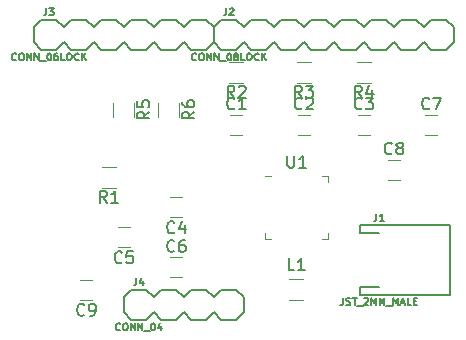
<source format=gto>
G04 #@! TF.FileFunction,Legend,Top*
%FSLAX46Y46*%
G04 Gerber Fmt 4.6, Leading zero omitted, Abs format (unit mm)*
G04 Created by KiCad (PCBNEW 4.0.6) date Monday, December 04, 2017 'PMt' 08:22:42 PM*
%MOMM*%
%LPD*%
G01*
G04 APERTURE LIST*
%ADD10C,0.100000*%
%ADD11C,0.120000*%
%ADD12C,0.203200*%
%ADD13C,0.150000*%
%ADD14C,0.127000*%
G04 APERTURE END LIST*
D10*
D11*
X166235000Y-117895000D02*
X165235000Y-117895000D01*
X165235000Y-119595000D02*
X166235000Y-119595000D01*
X171950000Y-117895000D02*
X170950000Y-117895000D01*
X170950000Y-119595000D02*
X171950000Y-119595000D01*
X177030000Y-117895000D02*
X176030000Y-117895000D01*
X176030000Y-119595000D02*
X177030000Y-119595000D01*
X160155000Y-126580000D02*
X161155000Y-126580000D01*
X161155000Y-124880000D02*
X160155000Y-124880000D01*
X155710000Y-129120000D02*
X156710000Y-129120000D01*
X156710000Y-127420000D02*
X155710000Y-127420000D01*
X161155000Y-129960000D02*
X160155000Y-129960000D01*
X160155000Y-131660000D02*
X161155000Y-131660000D01*
X182745000Y-117895000D02*
X181745000Y-117895000D01*
X181745000Y-119595000D02*
X182745000Y-119595000D01*
X179570000Y-121705000D02*
X178570000Y-121705000D01*
X178570000Y-123405000D02*
X179570000Y-123405000D01*
X152535000Y-133565000D02*
X153535000Y-133565000D01*
X153535000Y-131865000D02*
X152535000Y-131865000D01*
D12*
X176202340Y-127226060D02*
X183799480Y-127226060D01*
X183799480Y-127226060D02*
X183799480Y-133123940D01*
X183799480Y-133123940D02*
X176202340Y-133123940D01*
X176202340Y-127226060D02*
X176202340Y-127876300D01*
X176202340Y-133123940D02*
X176202340Y-132473700D01*
X176202340Y-127876300D02*
X177800000Y-127876300D01*
X176202340Y-132473700D02*
X177800000Y-132473700D01*
X179705000Y-109855000D02*
X180975000Y-109855000D01*
X180975000Y-109855000D02*
X181610000Y-110490000D01*
X181610000Y-111760000D02*
X180975000Y-112395000D01*
X176530000Y-110490000D02*
X177165000Y-109855000D01*
X177165000Y-109855000D02*
X178435000Y-109855000D01*
X178435000Y-109855000D02*
X179070000Y-110490000D01*
X179070000Y-111760000D02*
X178435000Y-112395000D01*
X178435000Y-112395000D02*
X177165000Y-112395000D01*
X177165000Y-112395000D02*
X176530000Y-111760000D01*
X179705000Y-109855000D02*
X179070000Y-110490000D01*
X179070000Y-111760000D02*
X179705000Y-112395000D01*
X180975000Y-112395000D02*
X179705000Y-112395000D01*
X172085000Y-109855000D02*
X173355000Y-109855000D01*
X173355000Y-109855000D02*
X173990000Y-110490000D01*
X173990000Y-111760000D02*
X173355000Y-112395000D01*
X173990000Y-110490000D02*
X174625000Y-109855000D01*
X174625000Y-109855000D02*
X175895000Y-109855000D01*
X175895000Y-109855000D02*
X176530000Y-110490000D01*
X176530000Y-111760000D02*
X175895000Y-112395000D01*
X175895000Y-112395000D02*
X174625000Y-112395000D01*
X174625000Y-112395000D02*
X173990000Y-111760000D01*
X168910000Y-110490000D02*
X169545000Y-109855000D01*
X169545000Y-109855000D02*
X170815000Y-109855000D01*
X170815000Y-109855000D02*
X171450000Y-110490000D01*
X171450000Y-111760000D02*
X170815000Y-112395000D01*
X170815000Y-112395000D02*
X169545000Y-112395000D01*
X169545000Y-112395000D02*
X168910000Y-111760000D01*
X172085000Y-109855000D02*
X171450000Y-110490000D01*
X171450000Y-111760000D02*
X172085000Y-112395000D01*
X173355000Y-112395000D02*
X172085000Y-112395000D01*
X164465000Y-109855000D02*
X165735000Y-109855000D01*
X165735000Y-109855000D02*
X166370000Y-110490000D01*
X166370000Y-111760000D02*
X165735000Y-112395000D01*
X166370000Y-110490000D02*
X167005000Y-109855000D01*
X167005000Y-109855000D02*
X168275000Y-109855000D01*
X168275000Y-109855000D02*
X168910000Y-110490000D01*
X168910000Y-111760000D02*
X168275000Y-112395000D01*
X168275000Y-112395000D02*
X167005000Y-112395000D01*
X167005000Y-112395000D02*
X166370000Y-111760000D01*
X163830000Y-110490000D02*
X163830000Y-111760000D01*
X164465000Y-109855000D02*
X163830000Y-110490000D01*
X163830000Y-111760000D02*
X164465000Y-112395000D01*
X165735000Y-112395000D02*
X164465000Y-112395000D01*
X182245000Y-109855000D02*
X183515000Y-109855000D01*
X183515000Y-109855000D02*
X184150000Y-110490000D01*
X184150000Y-110490000D02*
X184150000Y-111760000D01*
X184150000Y-111760000D02*
X183515000Y-112395000D01*
X182245000Y-109855000D02*
X181610000Y-110490000D01*
X181610000Y-111760000D02*
X182245000Y-112395000D01*
X183515000Y-112395000D02*
X182245000Y-112395000D01*
X161290000Y-110490000D02*
X161925000Y-109855000D01*
X161925000Y-109855000D02*
X163195000Y-109855000D01*
X163195000Y-109855000D02*
X163830000Y-110490000D01*
X163830000Y-111760000D02*
X163195000Y-112395000D01*
X163195000Y-112395000D02*
X161925000Y-112395000D01*
X161925000Y-112395000D02*
X161290000Y-111760000D01*
X156845000Y-109855000D02*
X158115000Y-109855000D01*
X158115000Y-109855000D02*
X158750000Y-110490000D01*
X158750000Y-111760000D02*
X158115000Y-112395000D01*
X158750000Y-110490000D02*
X159385000Y-109855000D01*
X159385000Y-109855000D02*
X160655000Y-109855000D01*
X160655000Y-109855000D02*
X161290000Y-110490000D01*
X161290000Y-111760000D02*
X160655000Y-112395000D01*
X160655000Y-112395000D02*
X159385000Y-112395000D01*
X159385000Y-112395000D02*
X158750000Y-111760000D01*
X153670000Y-110490000D02*
X154305000Y-109855000D01*
X154305000Y-109855000D02*
X155575000Y-109855000D01*
X155575000Y-109855000D02*
X156210000Y-110490000D01*
X156210000Y-111760000D02*
X155575000Y-112395000D01*
X155575000Y-112395000D02*
X154305000Y-112395000D01*
X154305000Y-112395000D02*
X153670000Y-111760000D01*
X156845000Y-109855000D02*
X156210000Y-110490000D01*
X156210000Y-111760000D02*
X156845000Y-112395000D01*
X158115000Y-112395000D02*
X156845000Y-112395000D01*
X149225000Y-109855000D02*
X150495000Y-109855000D01*
X150495000Y-109855000D02*
X151130000Y-110490000D01*
X151130000Y-111760000D02*
X150495000Y-112395000D01*
X151130000Y-110490000D02*
X151765000Y-109855000D01*
X151765000Y-109855000D02*
X153035000Y-109855000D01*
X153035000Y-109855000D02*
X153670000Y-110490000D01*
X153670000Y-111760000D02*
X153035000Y-112395000D01*
X153035000Y-112395000D02*
X151765000Y-112395000D01*
X151765000Y-112395000D02*
X151130000Y-111760000D01*
X148590000Y-110490000D02*
X148590000Y-111760000D01*
X149225000Y-109855000D02*
X148590000Y-110490000D01*
X148590000Y-111760000D02*
X149225000Y-112395000D01*
X150495000Y-112395000D02*
X149225000Y-112395000D01*
X163830000Y-110490000D02*
X163830000Y-111760000D01*
X164465000Y-132715000D02*
X165735000Y-132715000D01*
X165735000Y-132715000D02*
X166370000Y-133350000D01*
X166370000Y-134620000D02*
X165735000Y-135255000D01*
X161290000Y-133350000D02*
X161925000Y-132715000D01*
X161925000Y-132715000D02*
X163195000Y-132715000D01*
X163195000Y-132715000D02*
X163830000Y-133350000D01*
X163830000Y-134620000D02*
X163195000Y-135255000D01*
X163195000Y-135255000D02*
X161925000Y-135255000D01*
X161925000Y-135255000D02*
X161290000Y-134620000D01*
X164465000Y-132715000D02*
X163830000Y-133350000D01*
X163830000Y-134620000D02*
X164465000Y-135255000D01*
X165735000Y-135255000D02*
X164465000Y-135255000D01*
X156845000Y-132715000D02*
X158115000Y-132715000D01*
X158115000Y-132715000D02*
X158750000Y-133350000D01*
X158750000Y-134620000D02*
X158115000Y-135255000D01*
X158750000Y-133350000D02*
X159385000Y-132715000D01*
X159385000Y-132715000D02*
X160655000Y-132715000D01*
X160655000Y-132715000D02*
X161290000Y-133350000D01*
X161290000Y-134620000D02*
X160655000Y-135255000D01*
X160655000Y-135255000D02*
X159385000Y-135255000D01*
X159385000Y-135255000D02*
X158750000Y-134620000D01*
X156210000Y-133350000D02*
X156210000Y-134620000D01*
X156845000Y-132715000D02*
X156210000Y-133350000D01*
X156210000Y-134620000D02*
X156845000Y-135255000D01*
X158115000Y-135255000D02*
X156845000Y-135255000D01*
X166370000Y-133350000D02*
X166370000Y-134620000D01*
D11*
X171415000Y-133595000D02*
X170215000Y-133595000D01*
X170215000Y-131835000D02*
X171415000Y-131835000D01*
X154340000Y-122310000D02*
X155540000Y-122310000D01*
X155540000Y-124070000D02*
X154340000Y-124070000D01*
X165135000Y-113420000D02*
X166335000Y-113420000D01*
X166335000Y-115180000D02*
X165135000Y-115180000D01*
X170850000Y-113420000D02*
X172050000Y-113420000D01*
X172050000Y-115180000D02*
X170850000Y-115180000D01*
X175930000Y-113420000D02*
X177130000Y-113420000D01*
X177130000Y-115180000D02*
X175930000Y-115180000D01*
X155330000Y-118075000D02*
X155330000Y-116875000D01*
X157090000Y-116875000D02*
X157090000Y-118075000D01*
X159140000Y-118075000D02*
X159140000Y-116875000D01*
X160900000Y-116875000D02*
X160900000Y-118075000D01*
X168656000Y-123063000D02*
X168148000Y-123063000D01*
X168656000Y-128397000D02*
X168148000Y-128397000D01*
X168148000Y-128397000D02*
X168148000Y-127889000D01*
X173482000Y-127889000D02*
X173482000Y-128397000D01*
X173482000Y-128397000D02*
X172974000Y-128397000D01*
X172974000Y-123063000D02*
X173482000Y-123063000D01*
X173482000Y-123063000D02*
X173482000Y-123571000D01*
D13*
X165568334Y-117352143D02*
X165520715Y-117399762D01*
X165377858Y-117447381D01*
X165282620Y-117447381D01*
X165139762Y-117399762D01*
X165044524Y-117304524D01*
X164996905Y-117209286D01*
X164949286Y-117018810D01*
X164949286Y-116875952D01*
X164996905Y-116685476D01*
X165044524Y-116590238D01*
X165139762Y-116495000D01*
X165282620Y-116447381D01*
X165377858Y-116447381D01*
X165520715Y-116495000D01*
X165568334Y-116542619D01*
X166520715Y-117447381D02*
X165949286Y-117447381D01*
X166235000Y-117447381D02*
X166235000Y-116447381D01*
X166139762Y-116590238D01*
X166044524Y-116685476D01*
X165949286Y-116733095D01*
X171283334Y-117352143D02*
X171235715Y-117399762D01*
X171092858Y-117447381D01*
X170997620Y-117447381D01*
X170854762Y-117399762D01*
X170759524Y-117304524D01*
X170711905Y-117209286D01*
X170664286Y-117018810D01*
X170664286Y-116875952D01*
X170711905Y-116685476D01*
X170759524Y-116590238D01*
X170854762Y-116495000D01*
X170997620Y-116447381D01*
X171092858Y-116447381D01*
X171235715Y-116495000D01*
X171283334Y-116542619D01*
X171664286Y-116542619D02*
X171711905Y-116495000D01*
X171807143Y-116447381D01*
X172045239Y-116447381D01*
X172140477Y-116495000D01*
X172188096Y-116542619D01*
X172235715Y-116637857D01*
X172235715Y-116733095D01*
X172188096Y-116875952D01*
X171616667Y-117447381D01*
X172235715Y-117447381D01*
X176363334Y-117352143D02*
X176315715Y-117399762D01*
X176172858Y-117447381D01*
X176077620Y-117447381D01*
X175934762Y-117399762D01*
X175839524Y-117304524D01*
X175791905Y-117209286D01*
X175744286Y-117018810D01*
X175744286Y-116875952D01*
X175791905Y-116685476D01*
X175839524Y-116590238D01*
X175934762Y-116495000D01*
X176077620Y-116447381D01*
X176172858Y-116447381D01*
X176315715Y-116495000D01*
X176363334Y-116542619D01*
X176696667Y-116447381D02*
X177315715Y-116447381D01*
X176982381Y-116828333D01*
X177125239Y-116828333D01*
X177220477Y-116875952D01*
X177268096Y-116923571D01*
X177315715Y-117018810D01*
X177315715Y-117256905D01*
X177268096Y-117352143D01*
X177220477Y-117399762D01*
X177125239Y-117447381D01*
X176839524Y-117447381D01*
X176744286Y-117399762D01*
X176696667Y-117352143D01*
X160488334Y-127837143D02*
X160440715Y-127884762D01*
X160297858Y-127932381D01*
X160202620Y-127932381D01*
X160059762Y-127884762D01*
X159964524Y-127789524D01*
X159916905Y-127694286D01*
X159869286Y-127503810D01*
X159869286Y-127360952D01*
X159916905Y-127170476D01*
X159964524Y-127075238D01*
X160059762Y-126980000D01*
X160202620Y-126932381D01*
X160297858Y-126932381D01*
X160440715Y-126980000D01*
X160488334Y-127027619D01*
X161345477Y-127265714D02*
X161345477Y-127932381D01*
X161107381Y-126884762D02*
X160869286Y-127599048D01*
X161488334Y-127599048D01*
X156043334Y-130377143D02*
X155995715Y-130424762D01*
X155852858Y-130472381D01*
X155757620Y-130472381D01*
X155614762Y-130424762D01*
X155519524Y-130329524D01*
X155471905Y-130234286D01*
X155424286Y-130043810D01*
X155424286Y-129900952D01*
X155471905Y-129710476D01*
X155519524Y-129615238D01*
X155614762Y-129520000D01*
X155757620Y-129472381D01*
X155852858Y-129472381D01*
X155995715Y-129520000D01*
X156043334Y-129567619D01*
X156948096Y-129472381D02*
X156471905Y-129472381D01*
X156424286Y-129948571D01*
X156471905Y-129900952D01*
X156567143Y-129853333D01*
X156805239Y-129853333D01*
X156900477Y-129900952D01*
X156948096Y-129948571D01*
X156995715Y-130043810D01*
X156995715Y-130281905D01*
X156948096Y-130377143D01*
X156900477Y-130424762D01*
X156805239Y-130472381D01*
X156567143Y-130472381D01*
X156471905Y-130424762D01*
X156424286Y-130377143D01*
X160488334Y-129417143D02*
X160440715Y-129464762D01*
X160297858Y-129512381D01*
X160202620Y-129512381D01*
X160059762Y-129464762D01*
X159964524Y-129369524D01*
X159916905Y-129274286D01*
X159869286Y-129083810D01*
X159869286Y-128940952D01*
X159916905Y-128750476D01*
X159964524Y-128655238D01*
X160059762Y-128560000D01*
X160202620Y-128512381D01*
X160297858Y-128512381D01*
X160440715Y-128560000D01*
X160488334Y-128607619D01*
X161345477Y-128512381D02*
X161155000Y-128512381D01*
X161059762Y-128560000D01*
X161012143Y-128607619D01*
X160916905Y-128750476D01*
X160869286Y-128940952D01*
X160869286Y-129321905D01*
X160916905Y-129417143D01*
X160964524Y-129464762D01*
X161059762Y-129512381D01*
X161250239Y-129512381D01*
X161345477Y-129464762D01*
X161393096Y-129417143D01*
X161440715Y-129321905D01*
X161440715Y-129083810D01*
X161393096Y-128988571D01*
X161345477Y-128940952D01*
X161250239Y-128893333D01*
X161059762Y-128893333D01*
X160964524Y-128940952D01*
X160916905Y-128988571D01*
X160869286Y-129083810D01*
X182078334Y-117352143D02*
X182030715Y-117399762D01*
X181887858Y-117447381D01*
X181792620Y-117447381D01*
X181649762Y-117399762D01*
X181554524Y-117304524D01*
X181506905Y-117209286D01*
X181459286Y-117018810D01*
X181459286Y-116875952D01*
X181506905Y-116685476D01*
X181554524Y-116590238D01*
X181649762Y-116495000D01*
X181792620Y-116447381D01*
X181887858Y-116447381D01*
X182030715Y-116495000D01*
X182078334Y-116542619D01*
X182411667Y-116447381D02*
X183078334Y-116447381D01*
X182649762Y-117447381D01*
X178903334Y-121162143D02*
X178855715Y-121209762D01*
X178712858Y-121257381D01*
X178617620Y-121257381D01*
X178474762Y-121209762D01*
X178379524Y-121114524D01*
X178331905Y-121019286D01*
X178284286Y-120828810D01*
X178284286Y-120685952D01*
X178331905Y-120495476D01*
X178379524Y-120400238D01*
X178474762Y-120305000D01*
X178617620Y-120257381D01*
X178712858Y-120257381D01*
X178855715Y-120305000D01*
X178903334Y-120352619D01*
X179474762Y-120685952D02*
X179379524Y-120638333D01*
X179331905Y-120590714D01*
X179284286Y-120495476D01*
X179284286Y-120447857D01*
X179331905Y-120352619D01*
X179379524Y-120305000D01*
X179474762Y-120257381D01*
X179665239Y-120257381D01*
X179760477Y-120305000D01*
X179808096Y-120352619D01*
X179855715Y-120447857D01*
X179855715Y-120495476D01*
X179808096Y-120590714D01*
X179760477Y-120638333D01*
X179665239Y-120685952D01*
X179474762Y-120685952D01*
X179379524Y-120733571D01*
X179331905Y-120781190D01*
X179284286Y-120876429D01*
X179284286Y-121066905D01*
X179331905Y-121162143D01*
X179379524Y-121209762D01*
X179474762Y-121257381D01*
X179665239Y-121257381D01*
X179760477Y-121209762D01*
X179808096Y-121162143D01*
X179855715Y-121066905D01*
X179855715Y-120876429D01*
X179808096Y-120781190D01*
X179760477Y-120733571D01*
X179665239Y-120685952D01*
X152868334Y-134822143D02*
X152820715Y-134869762D01*
X152677858Y-134917381D01*
X152582620Y-134917381D01*
X152439762Y-134869762D01*
X152344524Y-134774524D01*
X152296905Y-134679286D01*
X152249286Y-134488810D01*
X152249286Y-134345952D01*
X152296905Y-134155476D01*
X152344524Y-134060238D01*
X152439762Y-133965000D01*
X152582620Y-133917381D01*
X152677858Y-133917381D01*
X152820715Y-133965000D01*
X152868334Y-134012619D01*
X153344524Y-134917381D02*
X153535000Y-134917381D01*
X153630239Y-134869762D01*
X153677858Y-134822143D01*
X153773096Y-134679286D01*
X153820715Y-134488810D01*
X153820715Y-134107857D01*
X153773096Y-134012619D01*
X153725477Y-133965000D01*
X153630239Y-133917381D01*
X153439762Y-133917381D01*
X153344524Y-133965000D01*
X153296905Y-134012619D01*
X153249286Y-134107857D01*
X153249286Y-134345952D01*
X153296905Y-134441190D01*
X153344524Y-134488810D01*
X153439762Y-134536429D01*
X153630239Y-134536429D01*
X153725477Y-134488810D01*
X153773096Y-134441190D01*
X153820715Y-134345952D01*
D14*
X177596800Y-126285171D02*
X177596800Y-126720600D01*
X177567772Y-126807686D01*
X177509715Y-126865743D01*
X177422629Y-126894771D01*
X177364572Y-126894771D01*
X178206400Y-126894771D02*
X177858057Y-126894771D01*
X178032229Y-126894771D02*
X178032229Y-126285171D01*
X177974172Y-126372257D01*
X177916114Y-126430314D01*
X177858057Y-126459343D01*
X174781029Y-133397171D02*
X174781029Y-133832600D01*
X174752001Y-133919686D01*
X174693944Y-133977743D01*
X174606858Y-134006771D01*
X174548801Y-134006771D01*
X175042286Y-133977743D02*
X175129372Y-134006771D01*
X175274515Y-134006771D01*
X175332572Y-133977743D01*
X175361601Y-133948714D01*
X175390629Y-133890657D01*
X175390629Y-133832600D01*
X175361601Y-133774543D01*
X175332572Y-133745514D01*
X175274515Y-133716486D01*
X175158401Y-133687457D01*
X175100343Y-133658429D01*
X175071315Y-133629400D01*
X175042286Y-133571343D01*
X175042286Y-133513286D01*
X175071315Y-133455229D01*
X175100343Y-133426200D01*
X175158401Y-133397171D01*
X175303543Y-133397171D01*
X175390629Y-133426200D01*
X175564800Y-133397171D02*
X175913143Y-133397171D01*
X175738972Y-134006771D02*
X175738972Y-133397171D01*
X175971200Y-134064829D02*
X176435657Y-134064829D01*
X176551771Y-133455229D02*
X176580800Y-133426200D01*
X176638857Y-133397171D01*
X176784000Y-133397171D01*
X176842057Y-133426200D01*
X176871086Y-133455229D01*
X176900114Y-133513286D01*
X176900114Y-133571343D01*
X176871086Y-133658429D01*
X176522743Y-134006771D01*
X176900114Y-134006771D01*
X177161371Y-134006771D02*
X177161371Y-133397171D01*
X177364571Y-133832600D01*
X177567771Y-133397171D01*
X177567771Y-134006771D01*
X177858057Y-134006771D02*
X177858057Y-133397171D01*
X178061257Y-133832600D01*
X178264457Y-133397171D01*
X178264457Y-134006771D01*
X178409600Y-134064829D02*
X178874057Y-134064829D01*
X179019200Y-134006771D02*
X179019200Y-133397171D01*
X179222400Y-133832600D01*
X179425600Y-133397171D01*
X179425600Y-134006771D01*
X179686857Y-133832600D02*
X179977143Y-133832600D01*
X179628800Y-134006771D02*
X179832000Y-133397171D01*
X180035200Y-134006771D01*
X180528686Y-134006771D02*
X180238400Y-134006771D01*
X180238400Y-133397171D01*
X180731886Y-133687457D02*
X180935086Y-133687457D01*
X181022172Y-134006771D02*
X180731886Y-134006771D01*
X180731886Y-133397171D01*
X181022172Y-133397171D01*
X164896800Y-108886171D02*
X164896800Y-109321600D01*
X164867772Y-109408686D01*
X164809715Y-109466743D01*
X164722629Y-109495771D01*
X164664572Y-109495771D01*
X165158057Y-108944229D02*
X165187086Y-108915200D01*
X165245143Y-108886171D01*
X165390286Y-108886171D01*
X165448343Y-108915200D01*
X165477372Y-108944229D01*
X165506400Y-109002286D01*
X165506400Y-109060343D01*
X165477372Y-109147429D01*
X165129029Y-109495771D01*
X165506400Y-109495771D01*
X162342286Y-113247714D02*
X162313257Y-113276743D01*
X162226171Y-113305771D01*
X162168114Y-113305771D01*
X162081029Y-113276743D01*
X162022971Y-113218686D01*
X161993943Y-113160629D01*
X161964914Y-113044514D01*
X161964914Y-112957429D01*
X161993943Y-112841314D01*
X162022971Y-112783257D01*
X162081029Y-112725200D01*
X162168114Y-112696171D01*
X162226171Y-112696171D01*
X162313257Y-112725200D01*
X162342286Y-112754229D01*
X162719657Y-112696171D02*
X162835771Y-112696171D01*
X162893829Y-112725200D01*
X162951886Y-112783257D01*
X162980914Y-112899371D01*
X162980914Y-113102571D01*
X162951886Y-113218686D01*
X162893829Y-113276743D01*
X162835771Y-113305771D01*
X162719657Y-113305771D01*
X162661600Y-113276743D01*
X162603543Y-113218686D01*
X162574514Y-113102571D01*
X162574514Y-112899371D01*
X162603543Y-112783257D01*
X162661600Y-112725200D01*
X162719657Y-112696171D01*
X163242172Y-113305771D02*
X163242172Y-112696171D01*
X163590515Y-113305771D01*
X163590515Y-112696171D01*
X163880801Y-113305771D02*
X163880801Y-112696171D01*
X164229144Y-113305771D01*
X164229144Y-112696171D01*
X164374287Y-113363829D02*
X164838744Y-113363829D01*
X165100001Y-112696171D02*
X165158058Y-112696171D01*
X165216115Y-112725200D01*
X165245144Y-112754229D01*
X165274173Y-112812286D01*
X165303201Y-112928400D01*
X165303201Y-113073543D01*
X165274173Y-113189657D01*
X165245144Y-113247714D01*
X165216115Y-113276743D01*
X165158058Y-113305771D01*
X165100001Y-113305771D01*
X165041944Y-113276743D01*
X165012915Y-113247714D01*
X164983887Y-113189657D01*
X164954858Y-113073543D01*
X164954858Y-112928400D01*
X164983887Y-112812286D01*
X165012915Y-112754229D01*
X165041944Y-112725200D01*
X165100001Y-112696171D01*
X165651544Y-112957429D02*
X165593486Y-112928400D01*
X165564458Y-112899371D01*
X165535429Y-112841314D01*
X165535429Y-112812286D01*
X165564458Y-112754229D01*
X165593486Y-112725200D01*
X165651544Y-112696171D01*
X165767658Y-112696171D01*
X165825715Y-112725200D01*
X165854744Y-112754229D01*
X165883772Y-112812286D01*
X165883772Y-112841314D01*
X165854744Y-112899371D01*
X165825715Y-112928400D01*
X165767658Y-112957429D01*
X165651544Y-112957429D01*
X165593486Y-112986457D01*
X165564458Y-113015486D01*
X165535429Y-113073543D01*
X165535429Y-113189657D01*
X165564458Y-113247714D01*
X165593486Y-113276743D01*
X165651544Y-113305771D01*
X165767658Y-113305771D01*
X165825715Y-113276743D01*
X165854744Y-113247714D01*
X165883772Y-113189657D01*
X165883772Y-113073543D01*
X165854744Y-113015486D01*
X165825715Y-112986457D01*
X165767658Y-112957429D01*
X166435315Y-113305771D02*
X166145029Y-113305771D01*
X166145029Y-112696171D01*
X166754629Y-112696171D02*
X166870743Y-112696171D01*
X166928801Y-112725200D01*
X166986858Y-112783257D01*
X167015886Y-112899371D01*
X167015886Y-113102571D01*
X166986858Y-113218686D01*
X166928801Y-113276743D01*
X166870743Y-113305771D01*
X166754629Y-113305771D01*
X166696572Y-113276743D01*
X166638515Y-113218686D01*
X166609486Y-113102571D01*
X166609486Y-112899371D01*
X166638515Y-112783257D01*
X166696572Y-112725200D01*
X166754629Y-112696171D01*
X167625487Y-113247714D02*
X167596458Y-113276743D01*
X167509372Y-113305771D01*
X167451315Y-113305771D01*
X167364230Y-113276743D01*
X167306172Y-113218686D01*
X167277144Y-113160629D01*
X167248115Y-113044514D01*
X167248115Y-112957429D01*
X167277144Y-112841314D01*
X167306172Y-112783257D01*
X167364230Y-112725200D01*
X167451315Y-112696171D01*
X167509372Y-112696171D01*
X167596458Y-112725200D01*
X167625487Y-112754229D01*
X167886744Y-113305771D02*
X167886744Y-112696171D01*
X168235087Y-113305771D02*
X167973830Y-112957429D01*
X168235087Y-112696171D02*
X167886744Y-113044514D01*
X149656800Y-108886171D02*
X149656800Y-109321600D01*
X149627772Y-109408686D01*
X149569715Y-109466743D01*
X149482629Y-109495771D01*
X149424572Y-109495771D01*
X149889029Y-108886171D02*
X150266400Y-108886171D01*
X150063200Y-109118400D01*
X150150286Y-109118400D01*
X150208343Y-109147429D01*
X150237372Y-109176457D01*
X150266400Y-109234514D01*
X150266400Y-109379657D01*
X150237372Y-109437714D01*
X150208343Y-109466743D01*
X150150286Y-109495771D01*
X149976114Y-109495771D01*
X149918057Y-109466743D01*
X149889029Y-109437714D01*
X147102286Y-113247714D02*
X147073257Y-113276743D01*
X146986171Y-113305771D01*
X146928114Y-113305771D01*
X146841029Y-113276743D01*
X146782971Y-113218686D01*
X146753943Y-113160629D01*
X146724914Y-113044514D01*
X146724914Y-112957429D01*
X146753943Y-112841314D01*
X146782971Y-112783257D01*
X146841029Y-112725200D01*
X146928114Y-112696171D01*
X146986171Y-112696171D01*
X147073257Y-112725200D01*
X147102286Y-112754229D01*
X147479657Y-112696171D02*
X147595771Y-112696171D01*
X147653829Y-112725200D01*
X147711886Y-112783257D01*
X147740914Y-112899371D01*
X147740914Y-113102571D01*
X147711886Y-113218686D01*
X147653829Y-113276743D01*
X147595771Y-113305771D01*
X147479657Y-113305771D01*
X147421600Y-113276743D01*
X147363543Y-113218686D01*
X147334514Y-113102571D01*
X147334514Y-112899371D01*
X147363543Y-112783257D01*
X147421600Y-112725200D01*
X147479657Y-112696171D01*
X148002172Y-113305771D02*
X148002172Y-112696171D01*
X148350515Y-113305771D01*
X148350515Y-112696171D01*
X148640801Y-113305771D02*
X148640801Y-112696171D01*
X148989144Y-113305771D01*
X148989144Y-112696171D01*
X149134287Y-113363829D02*
X149598744Y-113363829D01*
X149860001Y-112696171D02*
X149918058Y-112696171D01*
X149976115Y-112725200D01*
X150005144Y-112754229D01*
X150034173Y-112812286D01*
X150063201Y-112928400D01*
X150063201Y-113073543D01*
X150034173Y-113189657D01*
X150005144Y-113247714D01*
X149976115Y-113276743D01*
X149918058Y-113305771D01*
X149860001Y-113305771D01*
X149801944Y-113276743D01*
X149772915Y-113247714D01*
X149743887Y-113189657D01*
X149714858Y-113073543D01*
X149714858Y-112928400D01*
X149743887Y-112812286D01*
X149772915Y-112754229D01*
X149801944Y-112725200D01*
X149860001Y-112696171D01*
X150585715Y-112696171D02*
X150469601Y-112696171D01*
X150411544Y-112725200D01*
X150382515Y-112754229D01*
X150324458Y-112841314D01*
X150295429Y-112957429D01*
X150295429Y-113189657D01*
X150324458Y-113247714D01*
X150353486Y-113276743D01*
X150411544Y-113305771D01*
X150527658Y-113305771D01*
X150585715Y-113276743D01*
X150614744Y-113247714D01*
X150643772Y-113189657D01*
X150643772Y-113044514D01*
X150614744Y-112986457D01*
X150585715Y-112957429D01*
X150527658Y-112928400D01*
X150411544Y-112928400D01*
X150353486Y-112957429D01*
X150324458Y-112986457D01*
X150295429Y-113044514D01*
X151195315Y-113305771D02*
X150905029Y-113305771D01*
X150905029Y-112696171D01*
X151514629Y-112696171D02*
X151630743Y-112696171D01*
X151688801Y-112725200D01*
X151746858Y-112783257D01*
X151775886Y-112899371D01*
X151775886Y-113102571D01*
X151746858Y-113218686D01*
X151688801Y-113276743D01*
X151630743Y-113305771D01*
X151514629Y-113305771D01*
X151456572Y-113276743D01*
X151398515Y-113218686D01*
X151369486Y-113102571D01*
X151369486Y-112899371D01*
X151398515Y-112783257D01*
X151456572Y-112725200D01*
X151514629Y-112696171D01*
X152385487Y-113247714D02*
X152356458Y-113276743D01*
X152269372Y-113305771D01*
X152211315Y-113305771D01*
X152124230Y-113276743D01*
X152066172Y-113218686D01*
X152037144Y-113160629D01*
X152008115Y-113044514D01*
X152008115Y-112957429D01*
X152037144Y-112841314D01*
X152066172Y-112783257D01*
X152124230Y-112725200D01*
X152211315Y-112696171D01*
X152269372Y-112696171D01*
X152356458Y-112725200D01*
X152385487Y-112754229D01*
X152646744Y-113305771D02*
X152646744Y-112696171D01*
X152995087Y-113305771D02*
X152733830Y-112957429D01*
X152995087Y-112696171D02*
X152646744Y-113044514D01*
X157276800Y-131746171D02*
X157276800Y-132181600D01*
X157247772Y-132268686D01*
X157189715Y-132326743D01*
X157102629Y-132355771D01*
X157044572Y-132355771D01*
X157828343Y-131949371D02*
X157828343Y-132355771D01*
X157683200Y-131717143D02*
X157538057Y-132152571D01*
X157915429Y-132152571D01*
X155897943Y-136107714D02*
X155868914Y-136136743D01*
X155781828Y-136165771D01*
X155723771Y-136165771D01*
X155636686Y-136136743D01*
X155578628Y-136078686D01*
X155549600Y-136020629D01*
X155520571Y-135904514D01*
X155520571Y-135817429D01*
X155549600Y-135701314D01*
X155578628Y-135643257D01*
X155636686Y-135585200D01*
X155723771Y-135556171D01*
X155781828Y-135556171D01*
X155868914Y-135585200D01*
X155897943Y-135614229D01*
X156275314Y-135556171D02*
X156391428Y-135556171D01*
X156449486Y-135585200D01*
X156507543Y-135643257D01*
X156536571Y-135759371D01*
X156536571Y-135962571D01*
X156507543Y-136078686D01*
X156449486Y-136136743D01*
X156391428Y-136165771D01*
X156275314Y-136165771D01*
X156217257Y-136136743D01*
X156159200Y-136078686D01*
X156130171Y-135962571D01*
X156130171Y-135759371D01*
X156159200Y-135643257D01*
X156217257Y-135585200D01*
X156275314Y-135556171D01*
X156797829Y-136165771D02*
X156797829Y-135556171D01*
X157146172Y-136165771D01*
X157146172Y-135556171D01*
X157436458Y-136165771D02*
X157436458Y-135556171D01*
X157784801Y-136165771D01*
X157784801Y-135556171D01*
X157929944Y-136223829D02*
X158394401Y-136223829D01*
X158655658Y-135556171D02*
X158713715Y-135556171D01*
X158771772Y-135585200D01*
X158800801Y-135614229D01*
X158829830Y-135672286D01*
X158858858Y-135788400D01*
X158858858Y-135933543D01*
X158829830Y-136049657D01*
X158800801Y-136107714D01*
X158771772Y-136136743D01*
X158713715Y-136165771D01*
X158655658Y-136165771D01*
X158597601Y-136136743D01*
X158568572Y-136107714D01*
X158539544Y-136049657D01*
X158510515Y-135933543D01*
X158510515Y-135788400D01*
X158539544Y-135672286D01*
X158568572Y-135614229D01*
X158597601Y-135585200D01*
X158655658Y-135556171D01*
X159381372Y-135759371D02*
X159381372Y-136165771D01*
X159236229Y-135527143D02*
X159091086Y-135962571D01*
X159468458Y-135962571D01*
D13*
X170648334Y-131067381D02*
X170172143Y-131067381D01*
X170172143Y-130067381D01*
X171505477Y-131067381D02*
X170934048Y-131067381D01*
X171219762Y-131067381D02*
X171219762Y-130067381D01*
X171124524Y-130210238D01*
X171029286Y-130305476D01*
X170934048Y-130353095D01*
X154773334Y-125342381D02*
X154440000Y-124866190D01*
X154201905Y-125342381D02*
X154201905Y-124342381D01*
X154582858Y-124342381D01*
X154678096Y-124390000D01*
X154725715Y-124437619D01*
X154773334Y-124532857D01*
X154773334Y-124675714D01*
X154725715Y-124770952D01*
X154678096Y-124818571D01*
X154582858Y-124866190D01*
X154201905Y-124866190D01*
X155725715Y-125342381D02*
X155154286Y-125342381D01*
X155440000Y-125342381D02*
X155440000Y-124342381D01*
X155344762Y-124485238D01*
X155249524Y-124580476D01*
X155154286Y-124628095D01*
X165568334Y-116452381D02*
X165235000Y-115976190D01*
X164996905Y-116452381D02*
X164996905Y-115452381D01*
X165377858Y-115452381D01*
X165473096Y-115500000D01*
X165520715Y-115547619D01*
X165568334Y-115642857D01*
X165568334Y-115785714D01*
X165520715Y-115880952D01*
X165473096Y-115928571D01*
X165377858Y-115976190D01*
X164996905Y-115976190D01*
X165949286Y-115547619D02*
X165996905Y-115500000D01*
X166092143Y-115452381D01*
X166330239Y-115452381D01*
X166425477Y-115500000D01*
X166473096Y-115547619D01*
X166520715Y-115642857D01*
X166520715Y-115738095D01*
X166473096Y-115880952D01*
X165901667Y-116452381D01*
X166520715Y-116452381D01*
X171283334Y-116452381D02*
X170950000Y-115976190D01*
X170711905Y-116452381D02*
X170711905Y-115452381D01*
X171092858Y-115452381D01*
X171188096Y-115500000D01*
X171235715Y-115547619D01*
X171283334Y-115642857D01*
X171283334Y-115785714D01*
X171235715Y-115880952D01*
X171188096Y-115928571D01*
X171092858Y-115976190D01*
X170711905Y-115976190D01*
X171616667Y-115452381D02*
X172235715Y-115452381D01*
X171902381Y-115833333D01*
X172045239Y-115833333D01*
X172140477Y-115880952D01*
X172188096Y-115928571D01*
X172235715Y-116023810D01*
X172235715Y-116261905D01*
X172188096Y-116357143D01*
X172140477Y-116404762D01*
X172045239Y-116452381D01*
X171759524Y-116452381D01*
X171664286Y-116404762D01*
X171616667Y-116357143D01*
X176363334Y-116452381D02*
X176030000Y-115976190D01*
X175791905Y-116452381D02*
X175791905Y-115452381D01*
X176172858Y-115452381D01*
X176268096Y-115500000D01*
X176315715Y-115547619D01*
X176363334Y-115642857D01*
X176363334Y-115785714D01*
X176315715Y-115880952D01*
X176268096Y-115928571D01*
X176172858Y-115976190D01*
X175791905Y-115976190D01*
X177220477Y-115785714D02*
X177220477Y-116452381D01*
X176982381Y-115404762D02*
X176744286Y-116119048D01*
X177363334Y-116119048D01*
X158362381Y-117641666D02*
X157886190Y-117975000D01*
X158362381Y-118213095D02*
X157362381Y-118213095D01*
X157362381Y-117832142D01*
X157410000Y-117736904D01*
X157457619Y-117689285D01*
X157552857Y-117641666D01*
X157695714Y-117641666D01*
X157790952Y-117689285D01*
X157838571Y-117736904D01*
X157886190Y-117832142D01*
X157886190Y-118213095D01*
X157362381Y-116736904D02*
X157362381Y-117213095D01*
X157838571Y-117260714D01*
X157790952Y-117213095D01*
X157743333Y-117117857D01*
X157743333Y-116879761D01*
X157790952Y-116784523D01*
X157838571Y-116736904D01*
X157933810Y-116689285D01*
X158171905Y-116689285D01*
X158267143Y-116736904D01*
X158314762Y-116784523D01*
X158362381Y-116879761D01*
X158362381Y-117117857D01*
X158314762Y-117213095D01*
X158267143Y-117260714D01*
X162172381Y-117641666D02*
X161696190Y-117975000D01*
X162172381Y-118213095D02*
X161172381Y-118213095D01*
X161172381Y-117832142D01*
X161220000Y-117736904D01*
X161267619Y-117689285D01*
X161362857Y-117641666D01*
X161505714Y-117641666D01*
X161600952Y-117689285D01*
X161648571Y-117736904D01*
X161696190Y-117832142D01*
X161696190Y-118213095D01*
X161172381Y-116784523D02*
X161172381Y-116975000D01*
X161220000Y-117070238D01*
X161267619Y-117117857D01*
X161410476Y-117213095D01*
X161600952Y-117260714D01*
X161981905Y-117260714D01*
X162077143Y-117213095D01*
X162124762Y-117165476D01*
X162172381Y-117070238D01*
X162172381Y-116879761D01*
X162124762Y-116784523D01*
X162077143Y-116736904D01*
X161981905Y-116689285D01*
X161743810Y-116689285D01*
X161648571Y-116736904D01*
X161600952Y-116784523D01*
X161553333Y-116879761D01*
X161553333Y-117070238D01*
X161600952Y-117165476D01*
X161648571Y-117213095D01*
X161743810Y-117260714D01*
X170053095Y-121372381D02*
X170053095Y-122181905D01*
X170100714Y-122277143D01*
X170148333Y-122324762D01*
X170243571Y-122372381D01*
X170434048Y-122372381D01*
X170529286Y-122324762D01*
X170576905Y-122277143D01*
X170624524Y-122181905D01*
X170624524Y-121372381D01*
X171624524Y-122372381D02*
X171053095Y-122372381D01*
X171338809Y-122372381D02*
X171338809Y-121372381D01*
X171243571Y-121515238D01*
X171148333Y-121610476D01*
X171053095Y-121658095D01*
M02*

</source>
